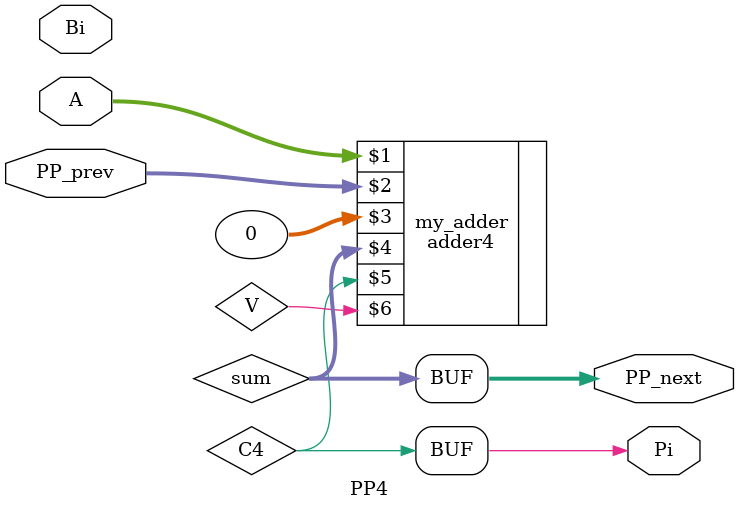
<source format=sv>
module PP4(
    input [3:0] A, // Multiplicand
    input Bi, // Bit i of the multiplier
    input [3:0] PP_prev, // Partial product from previous row
    output reg [3:0] PP_next, // Next partial product
    output reg Pi // Product bit
);
    // Assuming you have a 4-bit adder module named 'adder4'
    wire [3:0] sum;
    wire C4, V;
    
    adder4 my_adder(A, PP_prev, 0, sum, C4, V);
    assign PP_next = sum;
    assign Pi = C4;
endmodule
</source>
